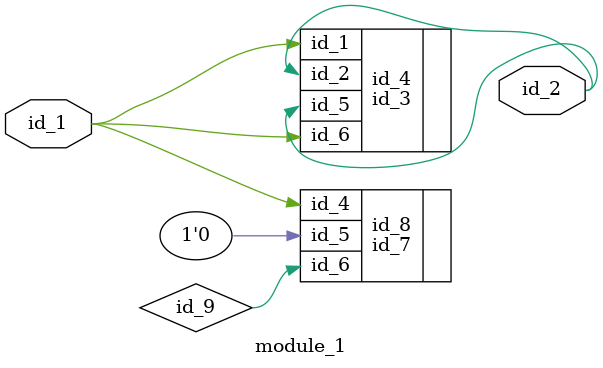
<source format=v>
module module_0 (
    id_1,
    id_2,
    id_3,
    id_4,
    id_5,
    id_6,
    id_7,
    id_8,
    id_9,
    id_10,
    id_11,
    id_12,
    id_13,
    id_14,
    id_15,
    id_16,
    id_17,
    id_18,
    id_19,
    id_20,
    id_21,
    id_22,
    id_23,
    id_24,
    id_25,
    id_26,
    id_27
);
  output id_27;
  output id_26;
  output id_25;
  input id_24;
  input id_23;
  output id_22;
  input id_21;
  output id_20;
  output id_19;
  output id_18;
  output id_17;
  output id_16;
  input id_15;
  input id_14;
  output id_13;
  input id_12;
  output id_11;
  input id_10;
  input id_9;
  output id_8;
  output id_7;
  input id_6;
  input id_5;
  input id_4;
  input id_3;
  output id_2;
  input id_1;
  id_28 id_29 (
      .id_1 (1),
      .id_13(id_9),
      .id_23(id_14)
  );
  id_30 id_31 (
      .id_17(id_7[1]),
      .id_25(id_8),
      .id_4 (id_24)
  );
endmodule
`define pp_1 0
module module_1 (
    id_1,
    id_2
);
  output id_2;
  input id_1;
  id_3 id_4 (
      .id_5(id_1),
      .id_5(id_2),
      .id_5(id_1),
      .id_2(id_2),
      .id_1(id_5),
      .id_5(id_2),
      .id_2(id_5),
      .id_6(id_6),
      .id_1(id_5),
      .id_6(id_5),
      .id_1(id_2),
      .id_1(id_6),
      .id_6(id_1),
      .id_1(id_1),
      .id_2(id_6),
      .id_2(id_5),
      .id_2(id_2)
  );
  id_7 id_8 (
      .id_4(id_1),
      .id_5(1'b0),
      .id_6(id_9)
  );
  id_10 id_11 (
      .id_5(id_6),
      .id_5(id_8)
  );
endmodule

</source>
